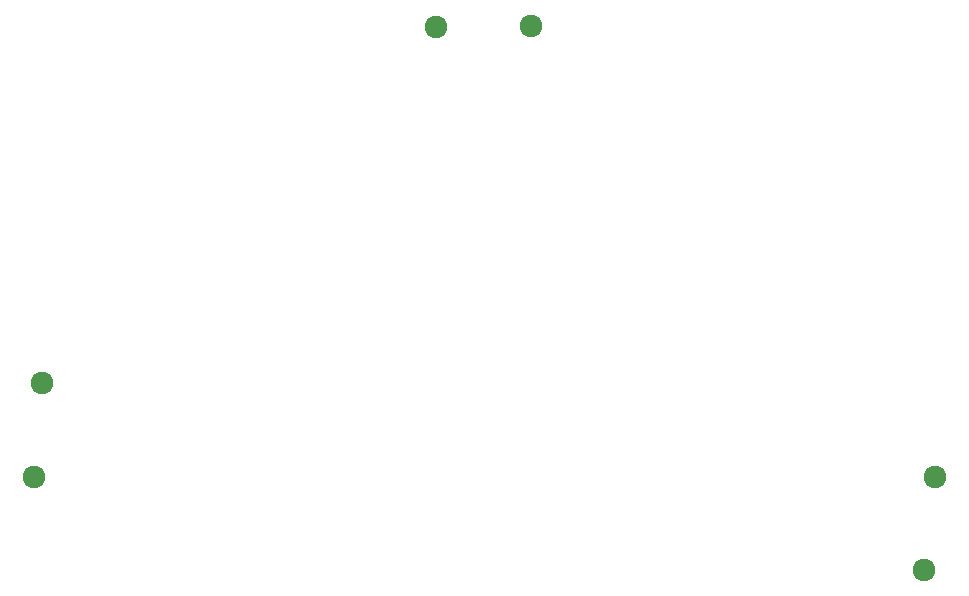
<source format=gbs>
G04 #@! TF.FileFunction,Soldermask,Bot*
%FSLAX46Y46*%
G04 Gerber Fmt 4.6, Leading zero omitted, Abs format (unit mm)*
G04 Created by KiCad (PCBNEW 4.0.1-stable) date 2/4/2016 5:34:24 PM*
%MOMM*%
G01*
G04 APERTURE LIST*
%ADD10C,0.100000*%
%ADD11C,1.924000*%
G04 APERTURE END LIST*
D10*
D11*
X140650000Y-67060000D03*
X182000000Y-36820000D03*
X139980000Y-75050000D03*
X216200000Y-75030000D03*
X215320000Y-82940000D03*
X174010000Y-36940000D03*
M02*

</source>
